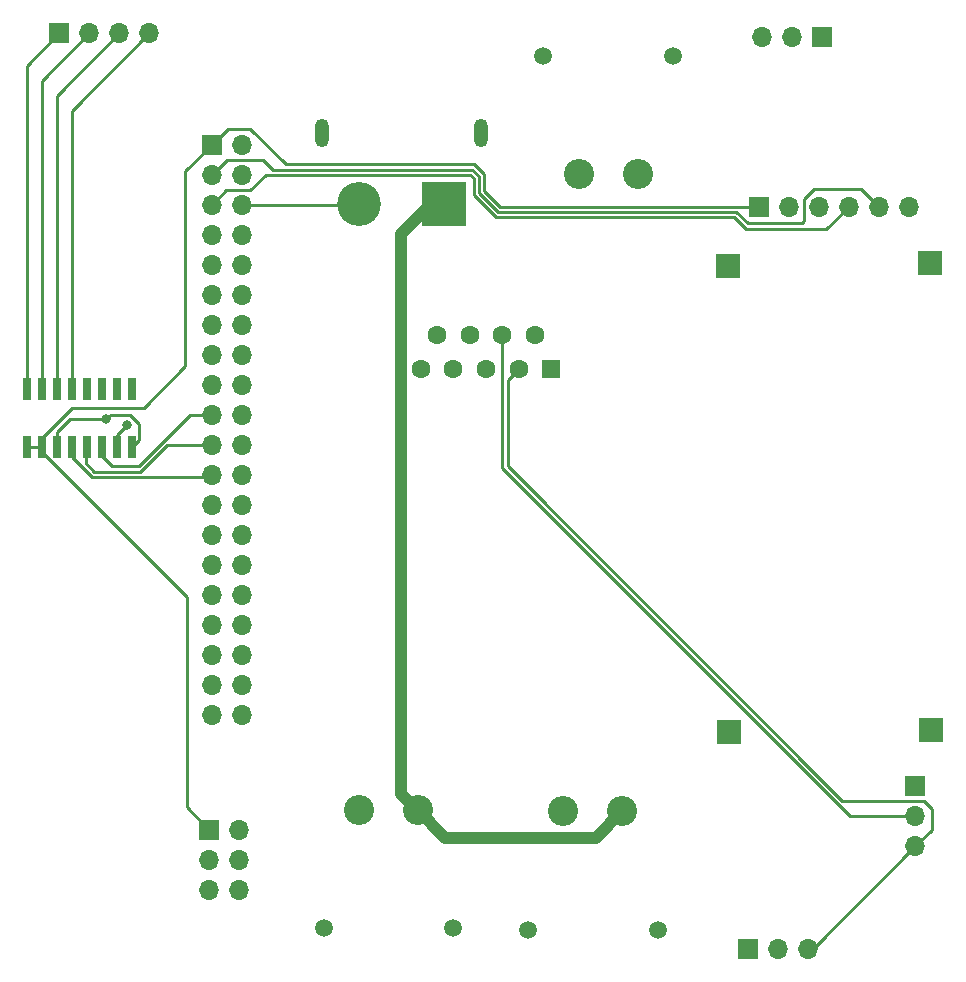
<source format=gbr>
%TF.GenerationSoftware,KiCad,Pcbnew,6.0.8-f2edbf62ab~116~ubuntu22.04.1*%
%TF.CreationDate,2022-11-03T19:19:17-04:00*%
%TF.ProjectId,MJBOTS-CubeSat,4d4a424f-5453-42d4-9375-62655361742e,rev?*%
%TF.SameCoordinates,Original*%
%TF.FileFunction,Copper,L2,Bot*%
%TF.FilePolarity,Positive*%
%FSLAX46Y46*%
G04 Gerber Fmt 4.6, Leading zero omitted, Abs format (unit mm)*
G04 Created by KiCad (PCBNEW 6.0.8-f2edbf62ab~116~ubuntu22.04.1) date 2022-11-03 19:19:17*
%MOMM*%
%LPD*%
G01*
G04 APERTURE LIST*
G04 Aperture macros list*
%AMRoundRect*
0 Rectangle with rounded corners*
0 $1 Rounding radius*
0 $2 $3 $4 $5 $6 $7 $8 $9 X,Y pos of 4 corners*
0 Add a 4 corners polygon primitive as box body*
4,1,4,$2,$3,$4,$5,$6,$7,$8,$9,$2,$3,0*
0 Add four circle primitives for the rounded corners*
1,1,$1+$1,$2,$3*
1,1,$1+$1,$4,$5*
1,1,$1+$1,$6,$7*
1,1,$1+$1,$8,$9*
0 Add four rect primitives between the rounded corners*
20,1,$1+$1,$2,$3,$4,$5,0*
20,1,$1+$1,$4,$5,$6,$7,0*
20,1,$1+$1,$6,$7,$8,$9,0*
20,1,$1+$1,$8,$9,$2,$3,0*%
G04 Aperture macros list end*
%TA.AperFunction,ComponentPad*%
%ADD10R,1.600000X1.600000*%
%TD*%
%TA.AperFunction,ComponentPad*%
%ADD11C,1.600000*%
%TD*%
%TA.AperFunction,ComponentPad*%
%ADD12C,2.550000*%
%TD*%
%TA.AperFunction,ComponentPad*%
%ADD13C,1.500000*%
%TD*%
%TA.AperFunction,ComponentPad*%
%ADD14R,1.700000X1.700000*%
%TD*%
%TA.AperFunction,ComponentPad*%
%ADD15O,1.700000X1.700000*%
%TD*%
%TA.AperFunction,ComponentPad*%
%ADD16R,3.716000X3.716000*%
%TD*%
%TA.AperFunction,ComponentPad*%
%ADD17C,3.716000*%
%TD*%
%TA.AperFunction,ComponentPad*%
%ADD18O,1.200000X2.400000*%
%TD*%
%TA.AperFunction,ComponentPad*%
%ADD19R,2.000000X2.000000*%
%TD*%
%TA.AperFunction,SMDPad,CuDef*%
%ADD20RoundRect,0.042000X-0.258000X0.908000X-0.258000X-0.908000X0.258000X-0.908000X0.258000X0.908000X0*%
%TD*%
%TA.AperFunction,ViaPad*%
%ADD21C,0.800000*%
%TD*%
%TA.AperFunction,Conductor*%
%ADD22C,0.250000*%
%TD*%
%TA.AperFunction,Conductor*%
%ADD23C,1.000000*%
%TD*%
G04 APERTURE END LIST*
D10*
%TO.P,J4,1,1*%
%TO.N,unconnected-(J4-Pad1)*%
X147700000Y-76000000D03*
D11*
%TO.P,J4,2,2*%
%TO.N,/CAN_L*%
X144930000Y-76000000D03*
%TO.P,J4,3,3*%
%TO.N,GND*%
X142160000Y-76000000D03*
%TO.P,J4,4,4*%
%TO.N,unconnected-(J4-Pad4)*%
X139390000Y-76000000D03*
%TO.P,J4,5,5*%
%TO.N,unconnected-(J4-Pad5)*%
X136620000Y-76000000D03*
%TO.P,J4,6,6*%
%TO.N,unconnected-(J4-Pad6)*%
X146315000Y-73160000D03*
%TO.P,J4,7,7*%
%TO.N,/CAN_H*%
X143545000Y-73160000D03*
%TO.P,J4,8,8*%
%TO.N,unconnected-(J4-Pad8)*%
X140775000Y-73160000D03*
%TO.P,J4,9,9*%
%TO.N,unconnected-(J4-Pad9)*%
X138005000Y-73160000D03*
%TD*%
D12*
%TO.P,J9,1,+*%
%TO.N,/VCC*%
X150000000Y-59512000D03*
%TO.P,J9,2,-*%
%TO.N,GND*%
X155000000Y-59512000D03*
D13*
%TO.P,J9,3*%
%TO.N,N/C*%
X158000000Y-49512000D03*
%TO.P,J9,4*%
X147000000Y-49512000D03*
%TD*%
D14*
%TO.P,J1,1,Pin_1*%
%TO.N,/3.3V*%
X118725000Y-115075000D03*
D15*
%TO.P,J1,2,Pin_2*%
%TO.N,/5V*%
X121265000Y-115075000D03*
%TO.P,J1,3,Pin_3*%
%TO.N,/SDA*%
X118725000Y-117615000D03*
%TO.P,J1,4,Pin_4*%
%TO.N,/5V*%
X121265000Y-117615000D03*
%TO.P,J1,5,Pin_5*%
%TO.N,/SCL*%
X118725000Y-120155000D03*
%TO.P,J1,6,Pin_6*%
%TO.N,GND*%
X121265000Y-120155000D03*
%TD*%
D14*
%TO.P,J2,1,Pin_1*%
%TO.N,/3.3V*%
X165250000Y-62300000D03*
D15*
%TO.P,J2,2,Pin_2*%
%TO.N,unconnected-(J2-Pad2)*%
X167790000Y-62300000D03*
%TO.P,J2,3,Pin_3*%
%TO.N,GND*%
X170330000Y-62300000D03*
%TO.P,J2,4,Pin_4*%
%TO.N,/SCL*%
X172870000Y-62300000D03*
%TO.P,J2,5,Pin_5*%
%TO.N,/SDA*%
X175410000Y-62300000D03*
%TO.P,J2,6,Pin_6*%
%TO.N,unconnected-(J2-Pad6)*%
X177950000Y-62300000D03*
%TD*%
D16*
%TO.P,J7,1,+*%
%TO.N,/VCC*%
X138600000Y-62065750D03*
D17*
%TO.P,J7,2,-*%
%TO.N,GND*%
X131400000Y-62065750D03*
D18*
%TO.P,J7,S1*%
%TO.N,N/C*%
X141750000Y-56065750D03*
%TO.P,J7,S2*%
X128250000Y-56065750D03*
%TD*%
D19*
%TO.P,U1,1,IN+*%
%TO.N,/VCC*%
X162750000Y-106750000D03*
%TO.P,U1,2,IN-*%
%TO.N,GND*%
X179850000Y-106600000D03*
%TO.P,U1,3,OUT+*%
%TO.N,/5V*%
X162602000Y-67314000D03*
%TO.P,U1,4,OUT-*%
%TO.N,GND*%
X179750000Y-67050000D03*
%TD*%
D14*
%TO.P,J6,1,Pin_1*%
%TO.N,GND*%
X164375000Y-125100000D03*
D15*
%TO.P,J6,2,Pin_2*%
%TO.N,/CAN_H*%
X166915000Y-125100000D03*
%TO.P,J6,3,Pin_3*%
%TO.N,/CAN_L*%
X169455000Y-125100000D03*
%TD*%
D14*
%TO.P,J11,1,Pin_1*%
%TO.N,/A-D Converter/CELL1*%
X106000000Y-47600000D03*
D15*
%TO.P,J11,2,Pin_2*%
%TO.N,/A-D Converter/CELL2*%
X108540000Y-47600000D03*
%TO.P,J11,3,Pin_3*%
%TO.N,/A-D Converter/CELL3*%
X111080000Y-47600000D03*
%TO.P,J11,4,Pin_4*%
%TO.N,/A-D Converter/VT*%
X113620000Y-47600000D03*
%TD*%
D14*
%TO.P,J3,1,Pin_1*%
%TO.N,/3.3V*%
X118925000Y-57075000D03*
D15*
%TO.P,J3,2,Pin_2*%
%TO.N,/5V*%
X121465000Y-57075000D03*
%TO.P,J3,3,Pin_3*%
%TO.N,/SDA*%
X118925000Y-59615000D03*
%TO.P,J3,4,Pin_4*%
%TO.N,/5V*%
X121465000Y-59615000D03*
%TO.P,J3,5,Pin_5*%
%TO.N,/SCL*%
X118925000Y-62155000D03*
%TO.P,J3,6,Pin_6*%
%TO.N,GND*%
X121465000Y-62155000D03*
%TO.P,J3,7,Pin_7*%
%TO.N,unconnected-(J3-Pad7)*%
X118925000Y-64695000D03*
%TO.P,J3,8,Pin_8*%
%TO.N,unconnected-(J3-Pad8)*%
X121465000Y-64695000D03*
%TO.P,J3,9,Pin_9*%
%TO.N,unconnected-(J3-Pad9)*%
X118925000Y-67235000D03*
%TO.P,J3,10,Pin_10*%
%TO.N,unconnected-(J3-Pad10)*%
X121465000Y-67235000D03*
%TO.P,J3,11,Pin_11*%
%TO.N,unconnected-(J3-Pad11)*%
X118925000Y-69775000D03*
%TO.P,J3,12,Pin_12*%
%TO.N,unconnected-(J3-Pad12)*%
X121465000Y-69775000D03*
%TO.P,J3,13,Pin_13*%
%TO.N,unconnected-(J3-Pad13)*%
X118925000Y-72315000D03*
%TO.P,J3,14,Pin_14*%
%TO.N,unconnected-(J3-Pad14)*%
X121465000Y-72315000D03*
%TO.P,J3,15,Pin_15*%
%TO.N,unconnected-(J3-Pad15)*%
X118925000Y-74855000D03*
%TO.P,J3,16,Pin_16*%
%TO.N,unconnected-(J3-Pad16)*%
X121465000Y-74855000D03*
%TO.P,J3,17,Pin_17*%
%TO.N,unconnected-(J3-Pad17)*%
X118925000Y-77395000D03*
%TO.P,J3,18,Pin_18*%
%TO.N,unconnected-(J3-Pad18)*%
X121465000Y-77395000D03*
%TO.P,J3,19,Pin_19*%
%TO.N,/MOSI*%
X118925000Y-79935000D03*
%TO.P,J3,20,Pin_20*%
%TO.N,unconnected-(J3-Pad20)*%
X121465000Y-79935000D03*
%TO.P,J3,21,Pin_21*%
%TO.N,/MISO*%
X118925000Y-82475000D03*
%TO.P,J3,22,Pin_22*%
%TO.N,unconnected-(J3-Pad22)*%
X121465000Y-82475000D03*
%TO.P,J3,23,Pin_23*%
%TO.N,/SCLK*%
X118925000Y-85015000D03*
%TO.P,J3,24,Pin_24*%
%TO.N,/CS*%
X121465000Y-85015000D03*
%TO.P,J3,25,Pin_25*%
%TO.N,unconnected-(J3-Pad25)*%
X118925000Y-87555000D03*
%TO.P,J3,26,Pin_26*%
%TO.N,unconnected-(J3-Pad26)*%
X121465000Y-87555000D03*
%TO.P,J3,27,Pin_27*%
%TO.N,unconnected-(J3-Pad27)*%
X118925000Y-90095000D03*
%TO.P,J3,28,Pin_28*%
%TO.N,unconnected-(J3-Pad28)*%
X121465000Y-90095000D03*
%TO.P,J3,29,Pin_29*%
%TO.N,unconnected-(J3-Pad29)*%
X118925000Y-92635000D03*
%TO.P,J3,30,Pin_30*%
%TO.N,unconnected-(J3-Pad30)*%
X121465000Y-92635000D03*
%TO.P,J3,31,Pin_31*%
%TO.N,unconnected-(J3-Pad31)*%
X118925000Y-95175000D03*
%TO.P,J3,32,Pin_32*%
%TO.N,unconnected-(J3-Pad32)*%
X121465000Y-95175000D03*
%TO.P,J3,33,Pin_33*%
%TO.N,unconnected-(J3-Pad33)*%
X118925000Y-97715000D03*
%TO.P,J3,34,Pin_34*%
%TO.N,unconnected-(J3-Pad34)*%
X121465000Y-97715000D03*
%TO.P,J3,35,Pin_35*%
%TO.N,unconnected-(J3-Pad35)*%
X118925000Y-100255000D03*
%TO.P,J3,36,Pin_36*%
%TO.N,unconnected-(J3-Pad36)*%
X121465000Y-100255000D03*
%TO.P,J3,37,Pin_37*%
%TO.N,unconnected-(J3-Pad37)*%
X118925000Y-102795000D03*
%TO.P,J3,38,Pin_38*%
%TO.N,unconnected-(J3-Pad38)*%
X121465000Y-102795000D03*
%TO.P,J3,39,Pin_39*%
%TO.N,unconnected-(J3-Pad39)*%
X118925000Y-105335000D03*
%TO.P,J3,40,Pin_40*%
%TO.N,unconnected-(J3-Pad40)*%
X121465000Y-105335000D03*
%TD*%
D14*
%TO.P,J12,1,Pin_1*%
%TO.N,GND*%
X178500000Y-111375000D03*
D15*
%TO.P,J12,2,Pin_2*%
%TO.N,/CAN_H*%
X178500000Y-113915000D03*
%TO.P,J12,3,Pin_3*%
%TO.N,/CAN_L*%
X178500000Y-116455000D03*
%TD*%
D12*
%TO.P,J8,1,+*%
%TO.N,/VCC*%
X153700000Y-113488000D03*
%TO.P,J8,2,-*%
%TO.N,GND*%
X148700000Y-113488000D03*
D13*
%TO.P,J8,3*%
%TO.N,N/C*%
X145700000Y-123488000D03*
%TO.P,J8,4*%
X156700000Y-123488000D03*
%TD*%
D14*
%TO.P,J5,1,Pin_1*%
%TO.N,GND*%
X170600000Y-47900000D03*
D15*
%TO.P,J5,2,Pin_2*%
%TO.N,/CAN_H*%
X168060000Y-47900000D03*
%TO.P,J5,3,Pin_3*%
%TO.N,/CAN_L*%
X165520000Y-47900000D03*
%TD*%
D12*
%TO.P,J10,1,+*%
%TO.N,/VCC*%
X136400000Y-113388000D03*
%TO.P,J10,2,-*%
%TO.N,GND*%
X131400000Y-113388000D03*
D13*
%TO.P,J10,3*%
%TO.N,N/C*%
X128400000Y-123388000D03*
%TO.P,J10,4*%
X139400000Y-123388000D03*
%TD*%
D20*
%TO.P,U2,1,CH0*%
%TO.N,/A-D Converter/CELL1*%
X103255000Y-77745000D03*
%TO.P,U2,2,CH1*%
%TO.N,/A-D Converter/CELL2*%
X104525000Y-77745000D03*
%TO.P,U2,3,CH2*%
%TO.N,/A-D Converter/CELL3*%
X105795000Y-77745000D03*
%TO.P,U2,4,CH3*%
%TO.N,/A-D Converter/VT*%
X107065000Y-77745000D03*
%TO.P,U2,5,CH4*%
%TO.N,unconnected-(U2-Pad5)*%
X108335000Y-77745000D03*
%TO.P,U2,6,CH5*%
%TO.N,unconnected-(U2-Pad6)*%
X109605000Y-77745000D03*
%TO.P,U2,7,CH6*%
%TO.N,unconnected-(U2-Pad7)*%
X110875000Y-77745000D03*
%TO.P,U2,8,CH7*%
%TO.N,unconnected-(U2-Pad8)*%
X112145000Y-77745000D03*
%TO.P,U2,9,DGND*%
%TO.N,GND*%
X112145000Y-82655000D03*
%TO.P,U2,10,~{CS/SHDN}*%
%TO.N,/CS*%
X110875000Y-82655000D03*
%TO.P,U2,11,DIN*%
%TO.N,/MOSI*%
X109605000Y-82655000D03*
%TO.P,U2,12,DOUT*%
%TO.N,/MISO*%
X108335000Y-82655000D03*
%TO.P,U2,13,CLK*%
%TO.N,/SCLK*%
X107065000Y-82655000D03*
%TO.P,U2,14,AGND*%
%TO.N,GND*%
X105795000Y-82655000D03*
%TO.P,U2,15,VREF*%
%TO.N,/3.3V*%
X104525000Y-82655000D03*
%TO.P,U2,16,VDD*%
X103255000Y-82655000D03*
%TD*%
D21*
%TO.N,GND*%
X110000000Y-80300000D03*
%TO.N,/CS*%
X111750000Y-80750000D03*
%TD*%
D22*
%TO.N,/CAN_L*%
X144930000Y-76000000D02*
X144000000Y-76930000D01*
X179900000Y-115055000D02*
X178500000Y-116455000D01*
X144000000Y-76930000D02*
X144000000Y-84263604D01*
X144000000Y-84263604D02*
X172336396Y-112600000D01*
X172336396Y-112600000D02*
X179200000Y-112600000D01*
X179200000Y-112600000D02*
X179900000Y-113300000D01*
X179900000Y-113300000D02*
X179900000Y-115055000D01*
%TO.N,/CAN_H*%
X143545000Y-73160000D02*
X143545000Y-84445000D01*
X143545000Y-84445000D02*
X173015000Y-113915000D01*
X173015000Y-113915000D02*
X178500000Y-113915000D01*
%TO.N,/A-D Converter/CELL1*%
X106000000Y-47600000D02*
X103255000Y-50345000D01*
X103255000Y-50345000D02*
X103255000Y-77745000D01*
D23*
%TO.N,/VCC*%
X136400000Y-113388000D02*
X138712000Y-115700000D01*
X138712000Y-115700000D02*
X151488000Y-115700000D01*
X151488000Y-115700000D02*
X153700000Y-113488000D01*
D22*
%TO.N,/3.3V*%
X118925000Y-57075000D02*
X120300000Y-55700000D01*
X120300000Y-55700000D02*
X122200000Y-55700000D01*
X122200000Y-55700000D02*
X125200000Y-58700000D01*
X143372792Y-62300000D02*
X165250000Y-62300000D01*
X125200000Y-58700000D02*
X141172792Y-58700000D01*
X141172792Y-58700000D02*
X142000000Y-59527208D01*
X142000000Y-59527208D02*
X142000000Y-60927208D01*
X142000000Y-60927208D02*
X143372792Y-62300000D01*
D23*
%TO.N,/VCC*%
X137534250Y-62065750D02*
X138600000Y-62065750D01*
X135000000Y-64600000D02*
X137534250Y-62065750D01*
X135000000Y-111988000D02*
X135000000Y-64600000D01*
X136400000Y-113388000D02*
X135000000Y-111988000D01*
D22*
%TO.N,GND*%
X105795000Y-82655000D02*
X105795000Y-81405000D01*
X112145000Y-82655000D02*
X112800000Y-82000000D01*
X112000000Y-79900000D02*
X111800000Y-79900000D01*
X121465000Y-62155000D02*
X131310750Y-62155000D01*
X110400000Y-79900000D02*
X110000000Y-80300000D01*
X112800000Y-82000000D02*
X112800000Y-80700000D01*
X105795000Y-81405000D02*
X106900000Y-80300000D01*
X112800000Y-80700000D02*
X112000000Y-79900000D01*
X106900000Y-80300000D02*
X110000000Y-80300000D01*
X111800000Y-79900000D02*
X110400000Y-79900000D01*
X131310750Y-62155000D02*
X131400000Y-62065750D01*
%TO.N,/3.3V*%
X116800000Y-113150000D02*
X118725000Y-115075000D01*
X116700000Y-75800000D02*
X116700000Y-59300000D01*
X104525000Y-81875000D02*
X107100000Y-79300000D01*
X104525000Y-83070016D02*
X116800000Y-95345016D01*
X104525000Y-82655000D02*
X104525000Y-81875000D01*
X116800000Y-95345016D02*
X116800000Y-113150000D01*
X107100000Y-79300000D02*
X113200000Y-79300000D01*
X104525000Y-82655000D02*
X104525000Y-83070016D01*
X104525000Y-82655000D02*
X103255000Y-82655000D01*
X116700000Y-59300000D02*
X118925000Y-57075000D01*
X113200000Y-79300000D02*
X116700000Y-75800000D01*
%TO.N,/SCL*%
X141100000Y-59900000D02*
X140800000Y-59600000D01*
X122200000Y-60900000D02*
X120180000Y-60900000D01*
X164163604Y-64200000D02*
X163163604Y-63200000D01*
X143000000Y-63200000D02*
X141100000Y-61300000D01*
X123500000Y-59600000D02*
X122200000Y-60900000D01*
X140800000Y-59600000D02*
X123500000Y-59600000D01*
X120180000Y-60900000D02*
X118925000Y-62155000D01*
X163163604Y-63200000D02*
X143000000Y-63200000D01*
X170970000Y-64200000D02*
X164163604Y-64200000D01*
X141100000Y-61300000D02*
X141100000Y-59900000D01*
X172870000Y-62300000D02*
X170970000Y-64200000D01*
%TO.N,/SDA*%
X141550000Y-59713604D02*
X141550000Y-61113604D01*
X124100000Y-59150000D02*
X140986396Y-59150000D01*
X164300000Y-63700000D02*
X168900000Y-63700000D01*
X173910000Y-60800000D02*
X175410000Y-62300000D01*
X163350000Y-62750000D02*
X164300000Y-63700000D01*
X120240000Y-58300000D02*
X123250000Y-58300000D01*
X140986396Y-59150000D02*
X141550000Y-59713604D01*
X169100000Y-63500000D02*
X169100000Y-61600000D01*
X168900000Y-63700000D02*
X169100000Y-63500000D01*
X141550000Y-61113604D02*
X143186396Y-62750000D01*
X169900000Y-60800000D02*
X173910000Y-60800000D01*
X118925000Y-59615000D02*
X120240000Y-58300000D01*
X143186396Y-62750000D02*
X163350000Y-62750000D01*
X123250000Y-58300000D02*
X124100000Y-59150000D01*
X169100000Y-61600000D02*
X169900000Y-60800000D01*
%TO.N,/MOSI*%
X117065000Y-79935000D02*
X112750000Y-84250000D01*
X109605000Y-83355000D02*
X109605000Y-82655000D01*
X110500000Y-84250000D02*
X109605000Y-83355000D01*
X112750000Y-84250000D02*
X110500000Y-84250000D01*
X118925000Y-79935000D02*
X117065000Y-79935000D01*
%TO.N,/MISO*%
X108250000Y-84000000D02*
X108250000Y-82740000D01*
X118925000Y-82475000D02*
X115161396Y-82475000D01*
X112886396Y-84750000D02*
X109000000Y-84750000D01*
X109000000Y-84750000D02*
X108250000Y-84000000D01*
X115161396Y-82475000D02*
X112886396Y-84750000D01*
X108250000Y-82740000D02*
X108335000Y-82655000D01*
%TO.N,/CS*%
X110875000Y-81625000D02*
X110875000Y-82655000D01*
X111750000Y-80750000D02*
X110875000Y-81625000D01*
%TO.N,/SCLK*%
X118740000Y-85200000D02*
X118925000Y-85015000D01*
X107065000Y-83451396D02*
X108813604Y-85200000D01*
X108813604Y-85200000D02*
X118740000Y-85200000D01*
X107065000Y-82655000D02*
X107065000Y-83451396D01*
%TO.N,/CAN_L*%
X169855000Y-125100000D02*
X169455000Y-125100000D01*
X178500000Y-116455000D02*
X169855000Y-125100000D01*
%TO.N,/A-D Converter/CELL2*%
X104525000Y-77745000D02*
X104525000Y-51615000D01*
X104525000Y-51615000D02*
X108540000Y-47600000D01*
%TO.N,/A-D Converter/CELL3*%
X105795000Y-52885000D02*
X111080000Y-47600000D01*
X105795000Y-77745000D02*
X105795000Y-52885000D01*
%TO.N,/A-D Converter/VT*%
X107065000Y-54155000D02*
X113620000Y-47600000D01*
X107065000Y-77745000D02*
X107065000Y-54155000D01*
%TD*%
M02*

</source>
